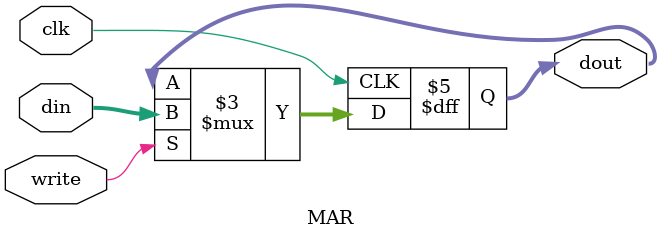
<source format=v>
module MAR (
    input clk,
    input write,
    input [17:0] din,
    output reg[17:0] dout=18'b0
);

always @(posedge clk)
	begin
        if (write) dout <= din;
	end
endmodule

</source>
